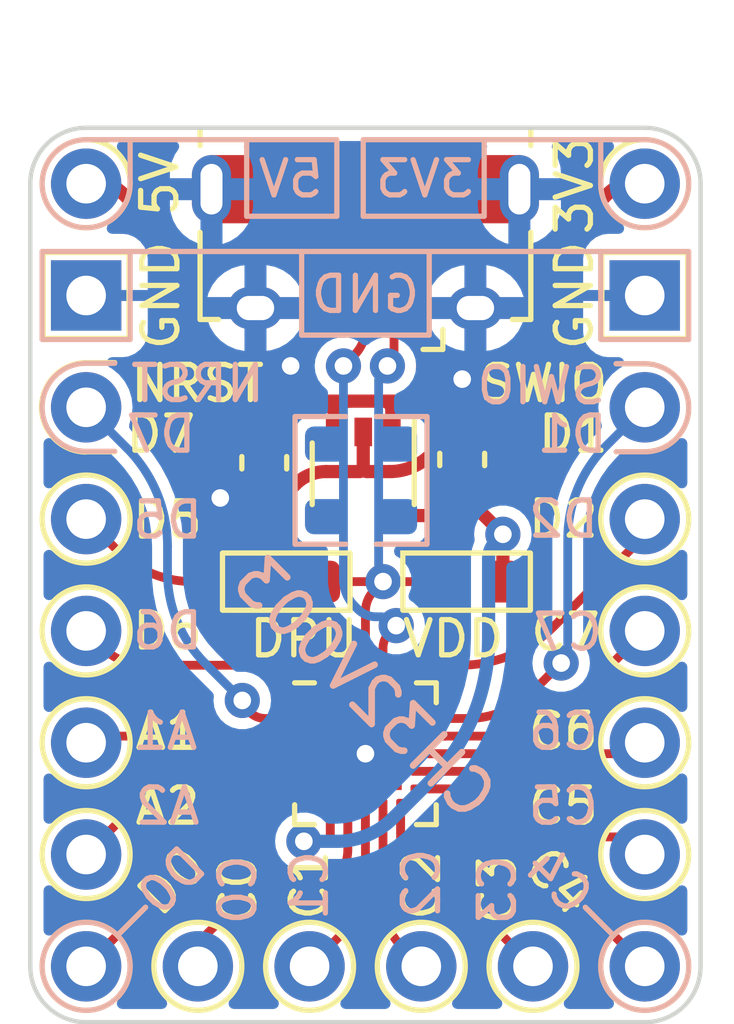
<source format=kicad_pcb>
(kicad_pcb (version 20221018) (generator pcbnew)
  (layers (0 "F.Cu" signal) (31 "B.Cu" signal) (34 "B.Paste" user) (35 "F.Paste" user) (36 "B.SilkS" user "B.Silkscreen") (37 "F.SilkS" user "F.Silkscreen") (38 "B.Mask" user) (39 "F.Mask" user) (44 "Edge.Cuts" user))
  (net 0 "")
  (net 1 "VDD")
  (net 2 "GND")
  (net 3 "Net-(J1-VBUS)")
  (net 4 "/USB_D-")
  (net 5 "/USB_D+")
  (net 7 "/DPU")
  (net 8 "Net-(U1-PC5)")
  (net 9 "Net-(U1-PD6)")
  (net 10 "Net-(U1-PA2)")
  (net 11 "Net-(U1-PD0)")
  (net 12 "Net-(U1-PC1)")
  (net 13 "Net-(U1-PC2)")
  (net 14 "Net-(U1-PC0)")
  (net 15 "Net-(U1-PC3)")
  (net 16 "Net-(U1-PC4)")
  (net 17 "Net-(U1-PC6)")
  (net 18 "Net-(U1-PD7)")
  (net 19 "Net-(U1-PC7)")
  (net 20 "Net-(U1-PA1)")
  (net 21 "Net-(U1-PD1{slash}SWIO)")
  (net 22 "Net-(U1-PD2)")
  (footprint "TestPoint:TestPoint_THTPad_D1.5mm_Drill0.7mm" (layer "F.Cu") (at 106.35 91.44 -90)
    (fp_text reference "TP10" hide)
    (fp_text value "C4" (at -1.94 1.95 -45) (layer "F.SilkS") (effects (font (size 0.8 0.8) (thickness 0.12))))
    (fp_text user "${VALUE}" (at -1.94 1.95 -45) (layer "B.SilkS") (effects (font (size 0.8 0.8) (thickness 0.12)) (justify mirror)))
    (fp_circle (center 0 0) (end 0 1) (stroke (width 0.12)) (fill none) (layer "F.SilkS"))
    (pad "1" thru_hole circle (at 0 0 270) (size 1.6 1.6) (drill 0.9) (layers "*.Cu" "*.Mask") (net 16 "Net-(U1-PC4)"))
  )
  (footprint "TestPoint:TestPoint_THTPad_D1.5mm_Drill0.7mm" (layer "F.Cu") (at 101.27 91.44 -90)
    (fp_text reference "TP7" hide)
    (fp_text value "C2" (at -1.84 -0.005 90) (layer "F.SilkS") (effects (font (size 0.8 0.8) (thickness 0.12))))
    (fp_text user "${VALUE}" (at -1.89 -0.005 -270) (layer "B.SilkS") (effects (font (size 0.8 0.8) (thickness 0.12)) (justify mirror)))
    (fp_circle (center 0 0) (end 0 1) (stroke (width 0.12)) (fill none) (layer "F.SilkS"))
    (pad "1" thru_hole circle (at 0 0 270) (size 1.6 1.6) (drill 0.9) (layers "*.Cu" "*.Mask") (net 13 "Net-(U1-PC2)"))
  )
  (footprint "Package_DFN_QFN:QFN-20-1EP_3x3mm_P0.4mm_EP1.65x1.65mm" (layer "F.Cu") (at 100 86.61)
    (fp_text reference "U1" hide)
    (fp_text value "CH32V003F4U6")
    (fp_line (start -1.61 1.61) (end -1.61 1.16) (stroke (width 0.12)) (layer "F.SilkS"))
    (fp_line (start -1.16 -1.61) (end -1.61 -1.61) (stroke (width 0.12)) (layer "F.SilkS"))
    (fp_line (start -1.16 1.61) (end -1.61 1.61) (stroke (width 0.12)) (layer "F.SilkS"))
    (fp_line (start 1.16 -1.61) (end 1.61 -1.61) (stroke (width 0.12)) (layer "F.SilkS"))
    (fp_line (start 1.16 1.61) (end 1.61 1.61) (stroke (width 0.12)) (layer "F.SilkS"))
    (fp_line (start 1.61 -1.61) (end 1.61 -1.16) (stroke (width 0.12)) (layer "F.SilkS"))
    (fp_line (start 1.61 1.61) (end 1.61 1.16) (stroke (width 0.12)) (layer "F.SilkS"))
    (pad "1" smd roundrect (at -1.45 -0.8) (size 0.85 0.2) (layers "F.Cu" "F.Paste" "F.Mask") (net 18 "Net-(U1-PD7)"))
    (pad "2" smd roundrect (at -1.45 -0.4) (size 0.85 0.2) (layers "F.Cu" "F.Paste" "F.Mask") (net 20 "Net-(U1-PA1)"))
    (pad "3" smd roundrect (at -1.45 0) (size 0.85 0.2) (layers "F.Cu" "F.Paste" "F.Mask") (net 10 "Net-(U1-PA2)"))
    (pad "4" smd roundrect (at -1.45 0.4) (size 0.85 0.2) (layers "F.Cu" "F.Paste" "F.Mask") (net 2 "GND"))
    (pad "5" smd roundrect (at -1.45 0.8) (size 0.85 0.2) (layers "F.Cu" "F.Paste" "F.Mask") (net 11 "Net-(U1-PD0)"))
    (pad "6" smd roundrect (at -0.8 1.45) (size 0.2 0.85) (layers "F.Cu" "F.Paste" "F.Mask") (net 1 "VDD"))
    (pad "7" smd roundrect (at -0.4 1.45) (size 0.2 0.85) (layers "F.Cu" "F.Paste" "F.Mask") (net 14 "Net-(U1-PC0)"))
    (pad "8" smd roundrect (at 0 1.45) (size 0.2 0.85) (layers "F.Cu" "F.Paste" "F.Mask") (net 12 "Net-(U1-PC1)"))
    (pad "9" smd roundrect (at 0.4 1.45) (size 0.2 0.85) (layers "F.Cu" "F.Paste" "F.Mask") (net 13 "Net-(U1-PC2)"))
    (pad "10" smd roundrect (at 0.8 1.45) (size 0.2 0.85) (layers "F.Cu" "F.Paste" "F.Mask") (net 15 "Net-(U1-PC3)"))
    (pad "11" smd roundrect (at 1.45 0.8) (size 0.85 0.2) (layers "F.Cu" "F.Paste" "F.Mask") (net 16 "Net-(U1-PC4)"))
    (pad "12" smd roundrect (at 1.45 0.4) (size 0.85 0.2) (layers "F.Cu" "F.Paste" "F.Mask") (net 8 "Net-(U1-PC5)"))
    (pad "13" smd roundrect (at 1.45 0) (size 0.85 0.2) (layers "F.Cu" "F.Paste" "F.Mask") (net 17 "Net-(U1-PC6)"))
    (pad "14" smd roundrect (at 1.45 -0.4) (size 0.85 0.2) (layers "F.Cu" "F.Paste" "F.Mask") (net 19 "Net-(U1-PC7)"))
    (pad "15" smd roundrect (at 1.45 -0.8) (size 0.85 0.2) (layers "F.Cu" "F.Paste" "F.Mask") (net 21 "Net-(U1-PD1{slash}SWIO)"))
    (pad "16" smd roundrect (at 0.8 -1.45) (size 0.2 0.85) (layers "F.Cu" "F.Paste" "F.Mask") (net 22 "Net-(U1-PD2)"))
    (pad "17" smd roundrect (at 0.4 -1.45) (size 0.2 0.85) (layers "F.Cu" "F.Paste" "F.Mask") (net 5 "/USB_D+"))
    (pad "18" smd roundrect (at 0 -1.45) (size 0.2 0.85) (layers "F.Cu" "F.Paste" "F.Mask") (net 4 "/USB_D-"))
    (pad "19" smd roundrect (at -0.4 -1.45) (size 0.2 0.85) (layers "F.Cu" "F.Paste" "F.Mask") (net 7 "/DPU"))
    (pad "20" smd roundrect (at -0.8 -1.45) (size 0.2 0.85) (layers "F.Cu" "F.Paste" "F.Mask") (net 9 "Net-(U1-PD6)"))
    (pad "21" smd rect (at 0 0) (size 1.65 1.65) (layers "F.Cu" "F.Mask") (net 2 "GND"))
  )
  (footprint "TestPoint:TestPoint_THTPad_D1.5mm_Drill0.7mm" (layer "F.Cu") (at 93.65 88.9 180)
    (fp_text reference "TP3" hide)
    (fp_text value "A2" (at -1.85 1.1) (layer "F.SilkS") (effects (font (size 0.8 0.8) (thickness 0.12))))
    (fp_text user "${VALUE}" (at -1.85 1.1) (layer "B.SilkS") (effects (font (size 0.8 0.8) (thickness 0.12)) (justify mirror)))
    (fp_circle (center 0 0) (end 0 1) (stroke (width 0.12)) (fill none) (layer "F.SilkS"))
    (pad "1" thru_hole circle (at 0 0 180) (size 1.6 1.6) (drill 0.9) (layers "*.Cu" "*.Mask") (net 10 "Net-(U1-PA2)"))
  )
  (footprint "Package_TO_SOT_SMD:SOT-353_SC-70-5" (layer "F.Cu") (at 99.95 80.25 -90)
    (fp_text reference "U2" hide)
    (fp_text value "MIC5365-3.3YC5")
    (fp_line (start -0.7 1.16) (end 0.7 1.16) (stroke (width 0.12)) (layer "F.SilkS"))
    (fp_line (start 0.7 -1.16) (end -1.2 -1.16) (stroke (width 0.12)) (layer "F.SilkS"))
    (pad "1" smd rect (at -0.95 -0.65 270) (size 0.65 0.4) (layers "F.Cu" "F.Paste" "F.Mask") (net 3 "Net-(J1-VBUS)"))
    (pad "2" smd rect (at -0.95 0 270) (size 0.65 0.4) (layers "F.Cu" "F.Paste" "F.Mask") (net 2 "GND"))
    (pad "3" smd rect (at -0.95 0.65 270) (size 0.65 0.4) (layers "F.Cu" "F.Paste" "F.Mask") (net 3 "Net-(J1-VBUS)"))
    (pad "4" smd rect (at 0.95 0.65 270) (size 0.65 0.4) (layers "F.Cu" "F.Paste" "F.Mask"))
    (pad "5" smd rect (at 0.95 -0.65 270) (size 0.65 0.4) (layers "F.Cu" "F.Paste" "F.Mask") (net 1 "VDD"))
  )
  (footprint "TestPoint:TestPoint_THTPad_D1.5mm_Drill0.7mm" (layer "F.Cu") (at 93.65 73.66 -90)
    (fp_text reference "TP18" hide)
    (fp_text value "5V" (at 0 -1.675 90) (layer "F.SilkS") (effects (font (size 0.8 0.8) (thickness 0.12))))
    (fp_text user "${VALUE}" (at -0.11 -4.65 -180) (layer "B.SilkS") (effects (font (size 0.8 0.8) (thickness 0.12)) (justify mirror)))
    (fp_circle (center 0 0) (end 0 1) (stroke (width 0.12)) (fill none) (layer "F.SilkS"))
    (pad "1" thru_hole circle (at 0 0 270) (size 1.6 1.6) (drill 0.9) (layers "*.Cu" "*.Mask") (net 3 "Net-(J1-VBUS)"))
  )
  (footprint "TestPoint:TestPoint_THTPad_D1.5mm_Drill0.7mm" (layer "F.Cu") (at 93.65 81.28)
    (fp_text reference "TP19")
    (fp_text value "D5" (at 1.85 0.02) (layer "F.SilkS") (effects (font (size 0.8 0.8) (thickness 0.12))))
    (fp_text user "${VALUE}" (at 1.85 0.02) (layer "B.SilkS") (effects (font (size 0.8 0.8) (thickness 0.12)) (justify mirror)))
    (fp_circle (center 0 0) (end 0 1) (stroke (width 0.12)) (fill none) (layer "F.SilkS"))
    (pad "1" thru_hole circle (at 0 0) (size 1.6 1.6) (drill 0.9) (layers "*.Cu" "*.Mask") (net 7 "/DPU"))
  )
  (footprint "Connector_USB:USB_Micro-B_Amphenol_10118194_Horizontal" (layer "F.Cu") (at 100 75.085 180)
    (fp_text reference "J1" hide)
    (fp_text value "USB_B_Micro")
    (fp_line (start -3.76 -1.66) (end -3.34 -1.66) (stroke (width 0.12)) (layer "F.SilkS"))
    (fp_line (start -3.76 0.32) (end -3.76 -1.66) (stroke (width 0.12)) (layer "F.SilkS"))
    (fp_line (start -3.76 2.69) (end -3.76 2.29) (stroke (width 0.12)) (layer "F.SilkS"))
    (fp_line (start -1.76 -1.89) (end -1.76 -2.34) (stroke (width 0.12)) (layer "F.SilkS"))
    (fp_line (start -1.31 -2.34) (end -1.76 -2.34) (stroke (width 0.12)) (layer "F.SilkS"))
    (fp_line (start 3.76 -1.66) (end 3.34 -1.66) (stroke (width 0.12)) (layer "F.SilkS"))
    (fp_line (start 3.76 0.32) (end 3.76 -1.66) (stroke (width 0.12)) (layer "F.SilkS"))
    (fp_line (start 3.76 2.29) (end 3.76 2.69) (stroke (width 0.12)) (layer "F.SilkS"))
    (pad "1" smd rect (at -1.3 -1.4 180) (size 0.4 1.35) (layers "F.Cu" "F.Paste" "F.Mask") (net 3 "Net-(J1-VBUS)"))
    (pad "2" smd rect (at -0.65 -1.4 180) (size 0.4 1.35) (layers "F.Cu" "F.Paste" "F.Mask") (net 4 "/USB_D-"))
    (pad "3" smd rect (at 0 -1.4 180) (size 0.4 1.35) (layers "F.Cu" "F.Paste" "F.Mask") (net 5 "/USB_D+"))
    (pad "4" smd rect (at 0.65 -1.4 180) (size 0.4 1.35) (layers "F.Cu" "F.Paste" "F.Mask"))
    (pad "5" smd rect (at 1.3 -1.4 180) (size 0.4 1.35) (layers "F.Cu" "F.Paste" "F.Mask") (net 2 "GND"))
    (pad "6" thru_hole oval (at -3.5 1.3 180) (size 0.89 1.55) (drill oval 0.5 1.15) (layers "*.Cu" "*.Mask") (net 2 "GND"))
    (pad "6" smd rect (at -2.9 1.3 180) (size 1.2 1.55) (layers "F.Cu" "F.Paste" "F.Mask") (net 2 "GND"))
    (pad "6" thru_hole oval (at -2.5 -1.4 180) (size 1.25 0.95) (drill oval 0.85 0.55) (layers "*.Cu" "*.Mask") (net 2 "GND"))
    (pad "6" smd rect (at -1 1.3 180) (size 1.5 1.55) (layers "F.Cu" "F.Paste" "F.Mask") (net 2 "GND"))
    (pad "6" smd rect (at 1 1.3 180) (size 1.5 1.55) (layers "F.Cu" "F.Paste" "F.Mask") (net 2 "GND"))
    (pad "6" thru_hole oval (at 2.5 -1.4 180) (size 1.25 0.95) (drill oval 0.85 0.55) (layers "*.Cu" "*.Mask") (net 2 "GND"))
    (pad "6" smd rect (at 2.9 1.3 180) (size 1.2 1.55) (layers "F.Cu" "F.Paste" "F.Mask") (net 2 "GND"))
    (pad "6" thru_hole oval (at 3.5 1.3 180) (size 0.89 1.55) (drill oval 0.5 1.15) (layers "*.Cu" "*.Mask") (net 2 "GND"))
  )
  (footprint "Resistor_SMD:R_0603_1608Metric" (layer "F.Cu") (at 98.2 82.7 180)
    (fp_text reference "R1" hide)
    (fp_text value "1K5")
    (fp_rect (start -1.45 -0.65) (end 1.45 0.65) (stroke (width 0.12)) (fill none) (layer "F.SilkS"))
    (pad "1" smd roundrect (at -0.825 0 180) (size 0.8 0.95) (layers "F.Cu" "F.Paste" "F.Mask") (net 4 "/USB_D-"))
    (pad "2" smd roundrect (at 0.825 0 180) (size 0.8 0.95) (layers "F.Cu" "F.Paste" "F.Mask") (net 7 "/DPU"))
  )
  (footprint "TestPoint:TestPoint_THTPad_D1.5mm_Drill0.7mm" (layer "F.Cu") (at 98.73 91.44 -90)
    (fp_text reference "TP5" hide)
    (fp_text value "C1" (at -1.84 0.005 90) (layer "F.SilkS") (effects (font (size 0.8 0.8) (thickness 0.12))))
    (fp_text user "${VALUE}" (at -1.84 0.005 -270) (layer "B.SilkS") (effects (font (size 0.8 0.8) (thickness 0.12)) (justify mirror)))
    (fp_circle (center 0 0) (end 0 1) (stroke (width 0.12)) (fill none) (layer "F.SilkS"))
    (pad "1" thru_hole circle (at 0 0 270) (size 1.6 1.6) (drill 0.9) (layers "*.Cu" "*.Mask") (net 12 "Net-(U1-PC1)"))
  )
  (footprint "TestPoint:TestPoint_THTPad_1.5x1.5mm_Drill0.7mm" (layer "F.Cu") (at 93.65 76.2 180)
    (fp_text reference "TP20")
    (fp_text value "GND" (at -1.7 0 270) (layer "F.SilkS") (effects (font (size 0.8 0.8) (thickness 0.12))))
    (fp_text user "${VALUE}" (at -6.35 0.025 180) (layer "B.SilkS") (effects (font (size 0.8 0.8) (thickness 0.12)) (justify mirror)))
    (fp_line (start -0.975 -0.975) (end 0.975 -0.975) (stroke (width 0.12)) (layer "F.SilkS"))
    (fp_line (start -0.975 0.975) (end -0.975 -0.975) (stroke (width 0.12)) (layer "F.SilkS"))
    (fp_line (start 0.975 -0.975) (end 0.975 0.975) (stroke (width 0.12)) (layer "F.SilkS"))
    (fp_line (start 0.975 0.975) (end -0.975 0.975) (stroke (width 0.12)) (layer "F.SilkS"))
    (pad "1" thru_hole rect (at 0 0 180) (size 1.6 1.6) (drill 0.9) (layers "*.Cu" "*.Mask") (net 2 "GND") (thermal_bridge_width 0.2) (thermal_gap 0.6))
  )
  (footprint "TestPoint:TestPoint_THTPad_D1.5mm_Drill0.7mm" (layer "F.Cu") (at 93.65 91.44 180)
    (fp_text reference "TP4" hide)
    (fp_text value "D0" (at -1.95 1.94 225) (layer "F.SilkS") (effects (font (size 0.8 0.8) (thickness 0.12))))
    (fp_text user "${VALUE}" (at -1.95 1.94 225) (layer "B.SilkS") (effects (font (size 0.8 0.8) (thickness 0.12)) (justify mirror)))
    (fp_circle (center 0 0) (end 0 1) (stroke (width 0.12)) (fill none) (layer "F.SilkS"))
    (pad "1" thru_hole circle (at 0 0 180) (size 1.6 1.6) (drill 0.9) (layers "*.Cu" "*.Mask") (net 11 "Net-(U1-PD0)"))
  )
  (footprint "TestPoint:TestPoint_THTPad_D1.5mm_Drill0.7mm" (layer "F.Cu") (at 106.35 73.66)
    (fp_text reference "TP6" hide)
    (fp_text value "3V3" (at -1.6 0.04 90) (layer "F.SilkS") (effects (font (size 0.8 0.8) (thickness 0.12))))
    (fp_text user "${VALUE}" (at -5 -0.11) (layer "B.SilkS") (effects (font (size 0.8 0.8) (thickness 0.12)) (justify mirror)))
    (fp_circle (center 0 0) (end 0 1) (stroke (width 0.12)) (fill none) (layer "F.SilkS"))
    (pad "1" thru_hole circle (at 0 0) (size 1.6 1.6) (drill 0.9) (layers "*.Cu" "*.Mask") (net 1 "VDD"))
  )
  (footprint "TestPoint:TestPoint_THTPad_D1.5mm_Drill0.7mm" (layer "F.Cu") (at 106.35 88.9)
    (fp_text reference "TP1" hide)
    (fp_text value "C5" (at -1.85 -1.1) (layer "F.SilkS") (effects (font (size 0.8 0.8) (thickness 0.12))))
    (fp_text user "${VALUE}" (at -1.85 -1.1) (layer "B.SilkS") (effects (font (size 0.8 0.8) (thickness 0.12)) (justify mirror)))
    (fp_circle (center 0 0) (end 0 1) (stroke (width 0.12)) (fill none) (layer "F.SilkS"))
    (pad "1" thru_hole circle (at 0 0) (size 1.6 1.6) (drill 0.9) (layers "*.Cu" "*.Mask") (net 8 "Net-(U1-PC5)"))
  )
  (footprint "TestPoint:TestPoint_THTPad_D1.5mm_Drill0.7mm" (layer "F.Cu") (at 106.35 78.74)
    (fp_text reference "TP15" hide)
    (fp_text value "D1" (at -1.625 0.61) (layer "F.SilkS") (effects (font (size 0.8 0.8) (thickness 0.12))))
    (fp_text user "${VALUE}" (at -1.65 0.61 180) (layer "B.SilkS") (effects (font (size 0.8 0.8) (thickness 0.12)) (justify mirror)))
    (pad "1" thru_hole circle (at 0 0) (size 1.6 1.6) (drill 0.9) (layers "*.Cu" "*.Mask") (net 21 "Net-(U1-PD1{slash}SWIO)"))
  )
  (footprint "Capacitor_SMD:C_0603_1608Metric" (layer "F.Cu") (at 97.7 80 -90)
    (fp_text reference "C2" hide)
    (fp_text value "1u")
    (fp_line (start -0.14058 -0.51) (end 0.14058 -0.51) (stroke (width 0.12)) (layer "F.SilkS"))
    (fp_line (start -0.14058 0.51) (end 0.14058 0.51) (stroke (width 0.12)) (layer "F.SilkS"))
    (pad "1" smd roundrect (at -0.775 0 270) (size 0.9 0.95) (layers "F.Cu" "F.Paste" "F.Mask") (net 3 "Net-(J1-VBUS)"))
    (pad "2" smd roundrect (at 0.775 0 270) (size 0.9 0.95) (layers "F.Cu" "F.Paste" "F.Mask") (net 2 "GND"))
  )
  (footprint "TestPoint:TestPoint_THTPad_D1.5mm_Drill0.7mm" (layer "F.Cu") (at 106.35 81.28)
    (fp_text reference "TP17" hide)
    (fp_text value "D2" (at -1.85 0) (layer "F.SilkS") (effects (font (size 0.8 0.8) (thickness 0.12))))
    (fp_text user "${VALUE}" (at -1.85 0) (layer "B.SilkS") (effects (font (size 0.8 0.8) (thickness 0.12)) (justify mirror)))
    (fp_circle (center 0 0) (end 0 1) (stroke (width 0.12)) (fill none) (layer "F.SilkS"))
    (pad "1" thru_hole circle (at 0 0) (size 1.6 1.6) (drill 0.9) (layers "*.Cu" "*.Mask") (net 22 "Net-(U1-PD2)"))
  )
  (footprint "TestPoint:TestPoint_THTPad_D1.5mm_Drill0.7mm" (layer "F.Cu") (at 106.35 83.82)
    (fp_text reference "TP13" hide)
    (fp_text value "C7" (at -1.8 0.03) (layer "F.SilkS") (effects (font (size 0.8 0.8) (thickness 0.12))))
    (fp_text user "${VALUE}" (at -1.75 0.03) (layer "B.SilkS") (effects (font (size 0.8 0.8) (thickness 0.12)) (justify mirror)))
    (fp_circle (center 0 0) (end 0 1) (stroke (width 0.12)) (fill none) (layer "F.SilkS"))
    (pad "1" thru_hole circle (at 0 0) (size 1.6 1.6) (drill 0.9) (layers "*.Cu" "*.Mask") (net 19 "Net-(U1-PC7)"))
  )
  (footprint "TestPoint:TestPoint_THTPad_D1.5mm_Drill0.7mm" (layer "F.Cu") (at 96.19 91.44 -90)
    (fp_text reference "TP8" hide)
    (fp_text value "C0" (at -1.74 -0.91 90) (layer "F.SilkS") (effects (font (size 0.8 0.8) (thickness 0.12))))
    (fp_text user "${VALUE}" (at -1.74 -0.91 -270) (layer "B.SilkS") (effects (font (size 0.8 0.8) (thickness 0.12)) (justify mirror)))
    (fp_circle (center 0 0) (end 0 1) (stroke (width 0.12)) (fill none) (layer "F.SilkS"))
    (pad "1" thru_hole circle (at 0 0 270) (size 1.6 1.6) (drill 0.9) (layers "*.Cu" "*.Mask") (net 14 "Net-(U1-PC0)"))
  )
  (footprint "TestPoint:TestPoint_THTPad_D1.5mm_Drill0.7mm" (layer "F.Cu") (at 93.65 83.82 180)
    (fp_text reference "TP2" hide)
    (fp_text value "D6" (at -1.85 0) (layer "F.SilkS") (effects (font (size 0.8 0.8) (thickness 0.12))))
    (fp_text user "${VALUE}" (at -1.85 0) (layer "B.SilkS") (effects (font (size 0.8 0.8) (thickness 0.12)) (justify mirror)))
    (fp_circle (center 0 0) (end 0 1) (stroke (width 0.12)) (fill none) (layer "F.SilkS"))
    (pad "1" thru_hole circle (at 0 0 180) (size 1.6 1.6) (drill 0.9) (layers "*.Cu" "*.Mask") (net 9 "Net-(U1-PD6)"))
  )
  (footprint "Resistor_SMD:R_0603_1608Metric" (layer "F.Cu") (at 102.3 82.7)
    (fp_text reference "R2" hide)
    (fp_text value "1K5")
    (fp_rect (start -1.45 -0.65) (end 1.45 0.65) (stroke (width 0.12)) (fill none) (layer "F.SilkS"))
    (pad "1" smd roundrect (at -0.825 0) (size 0.8 0.95) (layers "F.Cu" "F.Paste" "F.Mask") (net 4 "/USB_D-"))
    (pad "2" smd roundrect (at 0.825 0) (size 0.8 0.95) (layers "F.Cu" "F.Paste" "F.Mask") (net 1 "VDD"))
  )
  (footprint "Capacitor_SMD:C_0603_1608Metric" (layer "F.Cu") (at 102.2 79.925 90)
    (fp_text reference "C1" hide)
    (fp_text value "1u")
    (fp_line (start -0.14058 -0.51) (end 0.14058 -0.51) (stroke (width 0.12)) (layer "F.SilkS"))
    (fp_line (start -0.14058 0.51) (end 0.14058 0.51) (stroke (width 0.12)) (layer "F.SilkS"))
    (pad "1" smd roundrect (at -0.775 0 90) (size 0.9 0.95) (layers "F.Cu" "F.Paste" "F.Mask") (net 1 "VDD"))
    (pad "2" smd roundrect (at 0.775 0 90) (size 0.9 0.95) (layers "F.Cu" "F.Paste" "F.Mask") (net 2 "GND"))
  )
  (footprint "TestPoint:TestPoint_THTPad_D1.5mm_Drill0.7mm" (layer "F.Cu") (at 103.81 91.44 -90)
    (fp_text reference "TP9" hide)
    (fp_text value "C3" (at -1.74 0.81 90) (layer "F.SilkS") (effects (font (size 0.8 0.8) (thickness 0.12))))
    (fp_text user "${VALUE}" (at -1.74 0.81 -270) (layer "B.SilkS") (effects (font (size 0.8 0.8) (thickness 0.12)) (justify mirror)))
    (fp_circle (center 0 0) (end 0 1) (stroke (width 0.12)) (fill none) (layer "F.SilkS"))
    (pad "1" thru_hole circle (at 0 0 270) (size 1.6 1.6) (drill 0.9) (layers "*.Cu" "*.Mask") (net 15 "Net-(U1-PC3)"))
  )
  (footprint "TestPoint:TestPoint_THTPad_D1.5mm_Drill0.7mm" (layer "F.Cu") (at 93.65 78.74 180)
    (fp_text reference "TP12" hide)
    (fp_text value "D7" (at -1.7 -0.61) (layer "F.SilkS") (effects (font (size 0.8 0.8) (thickness 0.12))))
    (fp_text user "${VALUE}" (at -1.7 -0.61) (layer "B.SilkS") (effects (font (size 0.8 0.8) (thickness 0.12)) (justify mirror)))
    (pad "1" thru_hole circle (at 0 0 180) (size 1.6 1.6) (drill 0.9) (layers "*.Cu" "*.Mask") (net 18 "Net-(U1-PD7)"))
  )
  (footprint "TestPoint:TestPoint_THTPad_D1.5mm_Drill0.7mm" (layer "F.Cu") (at 93.65 86.36 180)
    (fp_text reference "TP14" hide)
    (fp_text value "A1" (at -1.85 0.26) (layer "F.SilkS") (effects (font (size 0.8 0.8) (thickness 0.12))))
    (fp_text user "${VALUE}" (at -1.8 0.26) (layer "B.SilkS") (effects (font (size 0.8 0.8) (thickness 0.12)) (justify mirror)))
    (fp_circle (center 0 0) (end 0 1) (stroke (width 0.12)) (fill none) (layer "F.SilkS"))
    (pad "1" thru_hole circle (at 0 0 180) (size 1.6 1.6) (drill 0.9) (layers "*.Cu" "*.Mask") (net 20 "Net-(U1-PA1)"))
  )
  (footprint "TestPoint:TestPoint_THTPad_1.5x1.5mm_Drill0.7mm" (layer "F.Cu") (at 106.35 76.2)
    (fp_text reference "TP16")
    (fp_text value "GND" (at -1.6 0 90) (layer "F.SilkS") (effects (font (size 0.8 0.8) (thickness 0.12))))
    (fp_line (start -0.975 -0.975) (end 0.975 -0.975) (stroke (width 0.12)) (layer "F.SilkS"))
    (fp_line (start -0.975 0.975) (end -0.975 -0.975) (stroke (width 0.12)) (layer "F.SilkS"))
    (fp_line (start 0.975 -0.975) (end 0.975 0.975) (stroke (width 0.12)) (layer "F.SilkS"))
    (fp_line (start 0.975 0.975) (end -0.975 0.975) (stroke (width 0.12)) (layer "F.SilkS"))
    (pad "1" thru_hole rect (at 0 0) (size 1.6 1.6) (drill 0.9) (layers "*.Cu" "*.Mask") (net 2 "GND") (thermal_bridge_width 0.2) (thermal_gap 0.6))
  )
  (footprint "TestPoint:TestPoint_THTPad_D1.5mm_Drill0.7mm" (layer "F.Cu") (at 106.35 86.36)
    (fp_text reference "TP11" hide)
    (fp_text value "C6" (at -1.85 -0.26) (layer "F.SilkS") (effects (font (size 0.8 0.8) (thickness 0.12))))
    (fp_text user "${VALUE}" (at -1.85 -0.26) (layer "B.SilkS") (effects (font (size 0.8 0.8) (thickness 0.12)) (justify mirror)))
    (fp_circle (center 0 0) (end 0 1) (stroke (width 0.12)) (fill none) (layer "F.SilkS"))
    (pad "1" thru_hole circle (at 0 0) (size 1.6 1.6) (drill 0.9) (layers "*.Cu" "*.Mask") (net 17 "Net-(U1-PC6)"))
  )
  (footprint "Resistor_SMD:R_0603_1608Metric" (layer "B.Cu") (at 99.1 80.4 -90)
    (fp_text reference "R4" hide)
    (fp_text value "33R")
    (fp_line (start -1.45 0.7) (end -1.45 -0.45) (stroke (width 0.12)) (layer "B.SilkS"))
    (fp_line (start -1.45 0.7) (end 1.45 0.7) (stroke (width 0.12)) (layer "B.SilkS"))
    (fp_line (start 1.45 0.7) (end 1.45 -0.45) (stroke (width 0.12)) (layer "B.SilkS"))
    (pad "1" smd roundrect (at -0.825 0 270) (size 0.8 0.95) (layers "B.Cu" "B.Paste" "B.Mask") (net 5 "/USB_D+"))
    (pad "2" smd roundrect (at 0.825 0 270) (size 0.8 0.95) (layers "B.Cu" "B.Paste" "B.Mask") (net 5 "/USB_D+"))
  )
  (footprint "Resistor_SMD:R_0603_1608Metric" (layer "B.Cu") (at 100.7 80.4 -90)
    (fp_text reference "R3" hide)
    (fp_text value "33R")
    (fp_line (start -1.45 -0.7) (end -1.45 0.45) (stroke (width 0.12)) (layer "B.SilkS"))
    (fp_line (start -1.45 -0.7) (end 1.45 -0.7) (stroke (width 0.12)) (layer "B.SilkS"))
    (fp_line (start 1.45 -0.7) (end 1.45 0.45) (stroke (width 0.12)) (layer "B.SilkS"))
    (pad "1" smd roundrect (at -0.825 0 270) (size 0.8 0.95) (layers "B.Cu" "B.Paste" "B.Mask") (net 4 "/USB_D-"))
    (pad "2" smd roundrect (at 0.825 0 270) (size 0.8 0.95) (layers "B.Cu" "B.Paste" "B.Mask") (net 4 "/USB_D-"))
  )
  (gr_line (start 94.3 79.74) (end 93.65 79.74) (stroke (width 0.12)) (layer "B.SilkS"))
  (gr_line (start 94.4 90.7) (end 95 90.1) (stroke (width 0.12)) (layer "B.SilkS"))
  (gr_line (start 97.3 74.4) (end 97.3 72.66) (stroke (width 0.12)) (layer "B.SilkS"))
  (gr_line (start 92.65 77.2) (end 92.65 75.2) (stroke (width 0.12)) (layer "B.SilkS"))
  (gr_line (start 99.35 72.66) (end 99.35 74.4) (stroke (width 0.12)) (layer "B.SilkS"))
  (gr_circle (center 93.65 91.44) (end 94.65 91.44) (stroke (width 0.12)) (fill none) (layer "B.SilkS"))
  (gr_line (start 98.55 77.1) (end 101.45 77.1) (stroke (width 0.12)) (layer "B.SilkS"))
  (gr_line (start 105 90.1) (end 105.6 90.7) (stroke (width 0.12)) (layer "B.SilkS"))
  (gr_line (start 94.65 77.2) (end 92.65 77.2) (stroke (width 0.12)) (layer "B.SilkS"))
  (gr_line (start 105.35 77.2) (end 105.35 75.2) (stroke (width 0.12)) (layer "B.SilkS"))
  (gr_line (start 99.95 72.66) (end 99.95 74.4) (stroke (width 0.12)) (layer "B.SilkS"))
  (gr_line (start 94.65 77.2) (end 94.65 75.2) (stroke (width 0.12)) (layer "B.SilkS"))
  (gr_line (start 94.3 77.74) (end 93.65 77.74) (stroke (width 0.12)) (layer "B.SilkS"))
  (gr_line (start 107.35 77.2) (end 107.35 75.2) (stroke (width 0.12)) (layer "B.SilkS"))
  (gr_line (start 94.65 73.66) (end 94.65 72.71) (stroke (width 0.12)) (layer "B.SilkS"))
  (gr_circle (center 106.35 91.44) (end 107.35 91.44) (stroke (width 0.12)) (fill none) (layer "B.SilkS"))
  (gr_line (start 105.35 73.66) (end 105.35 72.71) (stroke (width 0.12)) (layer "B.SilkS"))
  (gr_arc (start 93.65 74.66) (mid 92.65 73.66) (end 93.65 72.66) (stroke (width 0.12)) (layer "B.SilkS"))
  (gr_line (start 101.45 77.1) (end 101.45 75.2) (stroke (width 0.12)) (layer "B.SilkS"))
  (gr_line (start 92.65 75.2) (end 107.35 75.2) (stroke (width 0.12)) (layer "B.SilkS"))
  (gr_arc (start 106.35 72.66) (mid 107.057107 74.367107) (end 105.35 73.66) (stroke (width 0.12)) (layer "B.SilkS"))
  (gr_line (start 99.35 74.4) (end 97.3 74.4) (stroke (width 0.12)) (layer "B.SilkS"))
  (gr_line (start 93.65 72.66) (end 99.35 72.66) (stroke (width 0.12)) (layer "B.SilkS"))
  (gr_line (start 99.95 74.4) (end 102.7 74.4) (stroke (width 0.12)) (layer "B.SilkS"))
  (gr_line (start 105.7 77.75) (end 106.35 77.75) (stroke (width 0.12)) (layer "B.SilkS"))
  (gr_line (start 98.55 75.2) (end 98.55 77.1) (stroke (width 0.12)) (layer "B.SilkS"))
  (gr_arc (start 94.65 73.66) (mid 94.357107 74.367107) (end 93.65 74.66) (stroke (width 0.12)) (layer "B.SilkS"))
  (gr_line (start 105.7 79.75) (end 106.35 79.75) (stroke (width 0.12)) (layer "B.SilkS"))
  (gr_arc (start 106.35 77.75) (mid 107.35 78.75) (end 106.35 79.75) (stroke (width 0.12)) (layer "B.SilkS"))
  (gr_arc (start 93.65 79.74) (mid 92.65 78.74) (end 93.65 77.74) (stroke (width 0.12)) (layer "B.SilkS"))
  (gr_line (start 102.7 74.4) (end 102.7 72.66) (stroke (width 0.12)) (layer "B.SilkS"))
  (gr_line (start 107.35 77.2) (end 105.35 77.2) (stroke (width 0.12)) (layer "B.SilkS"))
  (gr_line (start 106.35 72.66) (end 99.95 72.66) (stroke (width 0.12)) (layer "B.SilkS"))
  (gr_line (start 94.4 90.7) (end 95 90.1) (stroke (width 0.12)) (layer "F.SilkS"))
  (gr_line (start 106.35 79.75) (end 105.7 79.75) (stroke (width 0.12)) (layer "F.SilkS"))
  (gr_arc (start 93.65 79.755) (mid 92.635 78.74) (end 93.65 77.725) (stroke (width 0.12)) (layer "F.SilkS"))
  (gr_line (start 93.65 79.75) (end 94.3 79.75) (stroke (width 0.12)) (layer "F.SilkS"))
  (gr_line (start 106.35 77.75) (end 105.7 77.75) (stroke (width 0.12)) (layer "F.SilkS"))
  (gr_arc (start 106.35 77.75) (mid 107.35 78.75) (end 106.35 79.75) (stroke (width 0.12)) (layer "F.SilkS"))
  (gr_line (start 93.65 77.725) (end 94.3 77.725) (stroke (width 0.12)) (layer "F.SilkS"))
  (gr_line (start 105.6 90.7) (end 105 90.1) (stroke (width 0.12)) (layer "F.SilkS"))
  (gr_arc (start 92.38 73.66) (mid 92.751974 72.761974) (end 93.65 72.39) (stroke (width 0.1)) (layer "Edge.Cuts"))
  (gr_line (start 107.62 73.66) (end 107.62 91.439974) (stroke (width 0.1)) (layer "Edge.Cuts"))
  (gr_arc (start 93.65 92.709974) (mid 92.751974 92.338) (end 92.38 91.439974) (stroke (width 0.1)) (layer "Edge.Cuts"))
  (gr_arc (start 106.35 72.39) (mid 107.248026 72.761974) (end 107.62 73.66) (stroke (width 0.1)) (layer "Edge.Cuts"))
  (gr_line (start 93.65 72.39) (end 106.35 72.39) (stroke (width 0.1)) (layer "Edge.Cuts"))
  (gr_arc (start 107.62 91.439974) (mid 107.248026 92.338) (end 106.35 92.709974) (stroke (width 0.1)) (layer "Edge.Cuts"))
  (gr_line (start 106.35 92.709974) (end 93.65 92.709974) (stroke (width 0.1)) (layer "Edge.Cuts"))
  (gr_line (start 92.38 91.439974) (end 92.38 73.66) (stroke (width 0.1)) (layer "Edge.Cuts"))
  (gr_text "NRST" (at 94.6 78.2) (layer "B.SilkS") (effects (font (size 0.8 0.8) (thickness 0.12)) (justify right mirror)))
  (gr_text "SWIO" (at 104 78.25) (layer "B.SilkS") (effects (font (size 0.8 0.8) (thickness 0.12)) (justify mirror)))
  (gr_text "CH32V003" (at 99.975 85.125 -45) (layer "B.SilkS") (effects (font (size 1 1)) (justify mirror)))
  (gr_text "NRST" (at 94.6 78.2) (layer "F.SilkS") (effects (font (size 0.8 0.8) (thickness 0.12)) (justify left)))
  (gr_text "VDD" (at 102 84) (layer "F.SilkS") (effects (font (size 0.8 0.8) (thickness 0.12))))
  (gr_text "SWIO" (at 104.05 78.2) (layer "F.SilkS") (effects (font (size 0.8 0.8) (thickness 0.12))))
  (gr_text "DPU" (at 98.6 84) (layer "F.SilkS") (effects (font (size 0.8 0.8) (thickness 0.12))))
  (segment (start 106.045 73.66) (end 106.35 73.66) (width 0.3) (layer "F.Cu") (net 1))
  (segment (start 99.029289 88.6) (end 98.6 88.6) (width 0.2) (layer "F.Cu") (net 1))
  (segment (start 99.2 88.429289) (end 99.2 88.06) (width 0.2) (layer "F.Cu") (net 1))
  (segment (start 101.95 80.95) (end 102.45 80.45) (width 0.3) (layer "F.Cu") (net 1))
  (segment (start 101.346446 81.2) (end 100.6 81.2) (width 0.3) (layer "F.Cu") (net 1))
  (segment (start 102.45 80.95) (end 103.125 81.625) (width 0.3) (layer "F.Cu") (net 1))
  (segment (start 105.524332 73.875667) (end 105.12 74.28) (width 0.3) (layer "F.Cu") (net 1))
  (segment (start 103.125 81.625) (end 103.125 82.7) (width 0.3) (layer "F.Cu") (net 1))
  (segment (start 102.45 80.45) (end 103.35 79.55) (width 0.3) (layer "F.Cu") (net 1))
  (segment (start 104.5 76.773654) (end 104.5 75.776812) (width 0.3) (layer "F.Cu") (net 1))
  (via (at 98.6 88.6) (size 0.8) (drill 0.4) (layers "F.Cu" "B.Cu") (net 1))
  (via (at 103.125 81.625) (size 0.8) (drill 0.4) (layers "F.Cu" "B.Cu") (net 1))
  (arc (start 101.95 80.95) (mid 101.673087 81.135027) (end 101.346446 81.2) (width 0.3) (layer "F.Cu") (net 1))
  (arc (start 106.045 73.66) (mid 105.763216 73.71605) (end 105.524332 73.875667) (width 0.3) (layer "F.Cu") (net 1))
  (arc (start 105.12 74.28) (mid 104.661132 74.966743) (end 104.5 75.776812) (width 0.3) (layer "F.Cu") (net 1))
  (arc (start 102.45 80.95) (mid 102.2 80.846446) (end 101.95 80.95) (width 0.3) (layer "F.Cu") (net 1))
  (arc (start 99.2 88.429289) (mid 99.187005 88.494617) (end 99.15 88.55) (width 0.2) (layer "F.Cu") (net 1))
  (arc (start 104.5 76.773654) (mid 104.201124 78.276201) (end 103.35 79.55) (width 0.3) (layer "F.Cu") (net 1))
  (arc (start 99.15 88.55) (mid 99.094617 88.587005) (end 99.029289 88.6) (width 0.2) (layer "F.Cu") (net 1))
  (arc (start 102.45 80.45) (mid 102.346446 80.7) (end 102.45 80.95) (width 0.3) (layer "F.Cu") (net 1))
  (segment (start 102.8 83.990811) (end 102.8 82.179809) (width 0.3) (layer "B.Cu") (net 1))
  (segment (start 101.449999 87.249999) (end 100.63033 88.069669) (width 0.3) (layer "B.Cu") (net 1))
  (segment (start 102.9625 81.7875) (end 103.125 81.625) (width 0.3) (layer "B.Cu") (net 1))
  (segment (start 99.35 88.6) (end 98.6 88.6) (width 0.3) (layer "B.Cu") (net 1))
  (arc (start 102.8 83.990811) (mid 102.449146 85.754671) (end 101.449999 87.249999) (width 0.3) (layer "B.Cu") (net 1))
  (arc (start 102.9625 81.7875) (mid 102.842232 81.967493) (end 102.8 82.179809) (width 0.3) (layer "B.Cu") (net 1))
  (arc (start 100.63033 88.069669) (mid 100.042909 88.462171) (end 99.35 88.6) (width 0.3) (layer "B.Cu") (net 1))
  (segment (start 96.7 80.8) (end 96.7125 80.7875) (width 0.3) (layer "F.Cu") (net 2))
  (segment (start 98.7 77.117157) (end 98.7 76.485) (width 0.3) (layer "F.Cu") (net 2))
  (segment (start 99.8 86.81) (end 100 86.61) (width 0.2) (layer "F.Cu") (net 2))
  (segment (start 101.488908 79.811091) (end 102.132322 79.167677) (width 0.3) (layer "F.Cu") (net 2))
  (segment (start 97.4875 80.775) (end 96.742677 80.775) (width 0.3) (layer "F.Cu") (net 2))
  (segment (start 102.5 74.467842) (end 102.5 76.485) (width 0.2) (layer "F.Cu") (net 2))
  (segment (start 99.106586 80.2) (end 99.864644 80.2) (width 0.3) (layer "F.Cu") (net 2))
  (segment (start 98.27526 80.624739) (end 98.4125 80.4875) (width 0.3) (layer "F.Cu") (net 2))
  (segment (start 99.95 80.114644) (end 99.95 79.3) (width 0.3) (layer "F.Cu") (net 2))
  (segment (start 102.2 79.125) (end 102.2 78.1) (width 0.3) (layer "F.Cu") (net 2))
  (segment (start 99.317157 87.01) (end 98.55 87.01) (width 0.2) (layer "F.Cu") (net 2))
  (segment (start 100.035355 80.2) (end 100.55 80.2) (width 0.3) (layer "F.Cu") (net 2))
  (segment (start 97.9125 80.775) (end 97.4875 80.775) (width 0.3) (layer "F.Cu") (net 2))
  (segment (start 98.3 77.8) (end 98.5 77.6) (width 0.3) (layer "F.Cu") (net 2))
  (segment (start 97.382842 73.785) (end 99 73.785) (width 0.2) (layer "F.Cu") (net 2))
  (segment (start 101 73.785) (end 99 73.785) (width 0.2) (layer "F.Cu") (net 2))
  (segment (start 102.617157 73.785) (end 101 73.785) (width 0.2) (layer "F.Cu") (net 2))
  (segment (start 97.5 74.467842) (end 97.5 76.485) (width 0.2) (layer "F.Cu") (net 2))
  (via (at 100 86.61) (size 0.8) (drill 0.4) (layers "F.Cu" "B.Cu") (net 2))
  (via (at 102.2 78.1) (size 0.8) (drill 0.4) (layers "F.Cu" "B.Cu") (net 2))
  (via (at 96.7 80.8) (size 0.8) (drill 0.4) (layers "F.Cu" "B.Cu") (net 2))
  (via (at 98.3 77.8) (size 0.8) (drill 0.4) (layers "F.Cu" "B.Cu") (net 2))
  (arc (start 99.8 86.81) (mid 99.578469 86.958021) (end 99.317157 87.01) (width 0.2) (layer "F.Cu") (net 2))
  (arc (start 98.27526 80.624739) (mid 98.108824 80.735948) (end 97.9125 80.775) (width 0.3) (layer "F.Cu") (net 2))
  (arc (start 102.175 79.15) (mid 102.151902 79.154594) (end 102.132322 79.167677) (width 0.3) (layer "F.Cu") (net 2))
  (arc (start 99.925 80.175) (mid 99.897308 80.193502) (end 99.864644 80.2) (width 0.3) (layer "F.Cu") (net 2))
  (arc (start 99.925 80.175) (mid 99.943502 80.147308) (end 99.95 80.114644) (width 0.3) (layer "F.Cu") (net 2))
  (arc (start 98.7 77.117157) (mid 98.648021 77.378469) (end 98.5 77.6) (width 0.3) (layer "F.Cu") (net 2))
  (arc (start 101.488908 79.811091) (mid 101.058133 80.098925) (end 100.55 80.2) (width 0.3) (layer "F.Cu") (net 2))
  (arc (start 99.975 80.175) (mid 99.95 80.164644) (end 99.925 80.175) (width 0.3) (layer "F.Cu") (net 2))
  (arc (start 102.7 73.985) (mid 102.725396 73.857323) (end 102.617157 73.785) (width 0.2) (layer "F.Cu") (net 2))
  (arc (start 97.3 73.985) (mid 97.448021 74.206529) (end 97.5 74.467842) (width 0.2) (layer "F.Cu") (net 2))
  (arc (start 99.95 80.114644) (mid 99.956497 80.147308) (end 99.975 80.175) (width 0.3) (layer "F.Cu") (net 2))
  (arc (start 99.106586 80.2) (mid 98.730949 80.274718) (end 98.4125 80.4875) (width 0.3) (layer "F.Cu") (net 2))
  (arc (start 102.2 79.125) (mid 102.192677 79.142677) (end 102.175 79.15) (width 0.3) (layer "F.Cu") (net 2))
  (arc (start 96.742677 80.775) (mid 96.726345 80.778248) (end 96.7125 80.7875) (width 0.3) (layer "F.Cu") (net 2))
  (arc (start 102.7 73.985) (mid 102.551978 74.206529) (end 102.5 74.467842) (width 0.2) (layer "F.Cu") (net 2))
  (arc (start 99.975 80.175) (mid 100.002691 80.193502) (end 100.035355 80.2) (width 0.3) (layer "F.Cu") (net 2))
  (arc (start 97.382842 73.785) (mid 97.274603 73.857323) (end 97.3 73.985) (width 0.2) (layer "F.Cu") (net 2))
  (segment (start 93.955 73.66) (end 93.65 73.66) (width 0.3) (layer "F.Cu") (net 3))
  (segment (start 99.3 78.95) (end 99.3 79.3) (width 0.3) (layer "F.Cu") (net 3))
  (segment (start 94.83 74.23) (end 94.475667 73.875667) (width 0.3) (layer "F.Cu") (net 3))
  (segment (start 101.149999 78.449999) (end 101.141421 78.458578) (width 0.3) (layer "F.Cu") (net 3))
  (segment (start 100.4 78.6) (end 100.8 78.6) (width 0.3) (layer "F.Cu") (net 3))
  (segment (start 98.766941 78.6) (end 98.95 78.6) (width 0.3) (layer "F.Cu") (net 3))
  (segment (start 98.95 78.6) (end 99.65 78.6) (width 0.3) (layer "F.Cu") (net 3))
  (segment (start 95.4 75.606101) (end 95.4 75.8625) (width 0.3) (layer "F.Cu") (net 3))
  (segment (start 100.4 78.6) (end 99.65 78.6) (width 0.3) (layer "F.Cu") (net 3))
  (segment (start 98.0125 78.9125) (end 97.7 79.225) (width 0.3) (layer "F.Cu") (net 3))
  (segment (start 100.6 78.8) (end 100.6 79.3) (width 0.3) (layer "F.Cu") (net 3))
  (segment (start 96.1513 77.6763) (end 97.7 79.225) (width 0.3) (layer "F.Cu") (net 3))
  (segment (start 101.3 78.087867) (end 101.3 76.485) (width 0.3) (layer "F.Cu") (net 3))
  (arc (start 99.3 78.95) (mid 99.197487 78.702512) (end 98.95 78.6) (width 0.3) (layer "F.Cu") (net 3))
  (arc (start 94.475667 73.875667) (mid 94.236783 73.71605) (end 93.955 73.66) (width 0.3) (layer "F.Cu") (net 3))
  (arc (start 98.766941 78.6) (mid 98.35864 78.681216) (end 98.0125 78.9125) (width 0.3) (layer "F.Cu") (net 3))
  (arc (start 100.8 78.6) (mid 100.658578 78.658578) (end 100.6 78.8) (width 0.3) (layer "F.Cu") (net 3))
  (arc (start 101.3 78.087867) (mid 101.261015 78.283851) (end 101.149999 78.449999) (width 0.3) (layer "F.Cu") (net 3))
  (arc (start 95.4 75.8625) (mid 95.595256 76.844121) (end 96.1513 77.6763) (width 0.3) (layer "F.Cu") (net 3))
  (arc (start 100.6 78.8) (mid 100.541421 78.658578) (end 100.4 78.6) (width 0.3) (layer "F.Cu") (net 3))
  (arc (start 99.65 78.6) (mid 99.402512 78.702512) (end 99.3 78.95) (width 0.3) (layer "F.Cu") (net 3))
  (arc (start 94.83 74.23) (mid 95.251861 74.86136) (end 95.4 75.606101) (width 0.3) (layer "F.Cu") (net 3))
  (arc (start 101.141421 78.458578) (mid 100.984775 78.563245) (end 100.8 78.6) (width 0.3) (layer "F.Cu") (net 3))
  (segment (start 100.575 77.725) (end 100.5 77.8) (width 0.2) (layer "F.Cu") (net 4))
  (segment (start 100 83.382842) (end 100 85.16) (width 0.2) (layer "F.Cu") (net 4))
  (segment (start 100.4 82.7) (end 101.475 82.7) (width 0.2) (layer "F.Cu") (net 4))
  (segment (start 100.65 77.543933) (end 100.65 76.485) (width 0.2) (layer "F.Cu") (net 4))
  (segment (start 100.2 82.9) (end 100.4 82.7) (width 0.2) (layer "F.Cu") (net 4))
  (segment (start 100.4 82.7) (end 99.025 82.7) (width 0.2) (layer "F.Cu") (net 4))
  (via (at 100.4 82.7) (size 0.8) (drill 0.4) (layers "F.Cu" "B.Cu") (net 4))
  (via (at 100.5 77.8) (size 0.8) (drill 0.4) (layers "F.Cu" "B.Cu") (net 4))
  (arc (start 100.2 82.9) (mid 100.051978 83.121529) (end 100 83.382842) (width 0.2) (layer "F.Cu") (net 4))
  (arc (start 100.65 77.543933) (mid 100.630508 77.641925) (end 100.575 77.725) (width 0.2) (layer "F.Cu") (net 4))
  (segment (start 100.3 82.529289) (end 100.3 78.141421) (width 0.2) (layer "B.Cu") (net 4))
  (segment (start 100.4 82.7) (end 100.35 82.65) (width 0.2) (layer "B.Cu") (net 4))
  (segment (start 100.5 77.8) (end 100.4 77.9) (width 0.2) (layer "B.Cu") (net 4))
  (arc (start 100.4 77.9) (mid 100.325989 78.010764) (end 100.3 78.141421) (width 0.2) (layer "B.Cu") (net 4))
  (arc (start 100.3 82.529289) (mid 100.312994 82.594617) (end 100.35 82.65) (width 0.2) (layer "B.Cu") (net 4))
  (segment (start 99.5 77.8) (end 99.75 77.55) (width 0.2) (layer "F.Cu") (net 5))
  (segment (start 100 76.946446) (end 100 76.485) (width 0.2) (layer "F.Cu") (net 5))
  (segment (start 100.7 83.7) (end 100.55 83.85) (width 0.2) (layer "F.Cu") (net 5))
  (segment (start 100.4 84.212132) (end 100.4 85.16) (width 0.2) (layer "F.Cu") (net 5))
  (via (at 99.5 77.8) (size 0.8) (drill 0.4) (layers "F.Cu" "B.Cu") (net 5))
  (via (at 100.7 83.7) (size 0.8) (drill 0.4) (layers "F.Cu" "B.Cu") (net 5))
  (arc (start 100.55 83.85) (mid 100.438983 84.016147) (end 100.4 84.212132) (width 0.2) (layer "F.Cu") (net 5))
  (arc (start 100 76.946446) (mid 99.935027 77.273087) (end 99.75 77.55) (width 0.2) (layer "F.Cu") (net 5))
  (segment (start 100.25 83.5) (end 100.358578 83.5) (width 0.2) (layer "B.Cu") (net 5))
  (segment (start 99.823223 83.323223) (end 99.75 83.25) (width 0.2) (layer "B.Cu") (net 5))
  (segment (start 99.5 77.8) (end 99.5 82.646446) (width 0.2) (layer "B.Cu") (net 5))
  (segment (start 100.7 83.7) (end 100.6 83.6) (width 0.2) (layer "B.Cu") (net 5))
  (arc (start 99.823223 83.323223) (mid 100.01903 83.454057) (end 100.25 83.5) (width 0.2) (layer "B.Cu") (net 5))
  (arc (start 99.5 82.646446) (mid 99.564972 82.973087) (end 99.75 83.25) (width 0.2) (layer "B.Cu") (net 5))
  (arc (start 100.6 83.6) (mid 100.489234 83.525989) (end 100.358578 83.5) (width 0.2) (layer "B.Cu") (net 5))
  (segment (start 94.36 81.99) (end 93.65 81.28) (width 0.2) (layer "F.Cu") (net 7))
  (segment (start 97.375 82.7) (end 96.074091 82.7) (width 0.2) (layer "F.Cu") (net 7))
  (segment (start 99.6 84.682842) (end 99.6 85.16) (width 0.2) (layer "F.Cu") (net 7))
  (segment (start 99.385615 84.185615) (end 99.4 84.2) (width 0.2) (layer "F.Cu") (net 7))
  (segment (start 98.489384 83.814384) (end 97.375 82.7) (width 0.2) (layer "F.Cu") (net 7))
  (arc (start 98.489384 83.814384) (mid 98.694981 83.951759) (end 98.9375 84) (width 0.2) (layer "F.Cu") (net 7))
  (arc (start 99.4 84.2) (mid 99.548021 84.421529) (end 99.6 84.682842) (width 0.2) (layer "F.Cu") (net 7))
  (arc (start 99.385615 84.185615) (mid 99.180018 84.048239) (end 98.9375 84) (width 0.2) (layer "F.Cu") (net 7))
  (arc (start 94.36 81.99) (mid 95.146431 82.515477) (end 96.074091 82.7) (width 0.2) (layer "F.Cu") (net 7))
  (segment (start 102.43 87.01) (end 101.45 87.01) (width 0.2) (layer "F.Cu") (net 8))
  (segment (start 104.102964 87.702964) (end 104.528768 88.128768) (width 0.2) (layer "F.Cu") (net 8))
  (segment (start 105.667157 88.5) (end 105.425 88.5) (width 0.2) (layer "F.Cu") (net 8))
  (segment (start 106.15 88.7) (end 106.35 88.9) (width 0.2) (layer "F.Cu") (net 8))
  (arc (start 106.15 88.7) (mid 105.928469 88.551978) (end 105.667157 88.5) (width 0.2) (layer "F.Cu") (net 8))
  (arc (start 104.528768 88.128768) (mid 104.939963 88.403519) (end 105.425 88.5) (width 0.2) (layer "F.Cu") (net 8))
  (arc (start 104.102964 87.702964) (mid 103.335401 87.190095) (end 102.43 87.01) (width 0.2) (layer "F.Cu") (net 8))
  (segment (start 94.04 84.21) (end 93.65 83.82) (width 0.2) (layer "F.Cu") (net 9))
  (segment (start 94.981543 84.6) (end 99.029289 84.6) (width 0.2) (layer "F.Cu") (net 9))
  (segment (start 99.2 84.77071) (end 99.2 85.16) (width 0.2) (layer "F.Cu") (net 9))
  (arc (start 94.04 84.21) (mid 94.471983 84.498642) (end 94.981543 84.6) (width 0.2) (layer "F.Cu") (net 9))
  (arc (start 99.15 84.65) (mid 99.094617 84.612994) (end 99.029289 84.6) (width 0.2) (layer "F.Cu") (net 9))
  (arc (start 99.15 84.65) (mid 99.187005 84.705382) (end 99.2 84.77071) (width 0.2) (layer "F.Cu") (net 9))
  (segment (start 97.245 86.61) (end 98.55 86.61) (width 0.2) (layer "F.Cu") (net 10))
  (segment (start 95.017225 87.532774) (end 93.65 88.9) (width 0.2) (layer "F.Cu") (net 10))
  (arc (start 97.245 86.61) (mid 96.039337 86.849821) (end 95.017225 87.532774) (width 0.2) (layer "F.Cu") (net 10))
  (segment (start 98.115 87.41) (end 98.55 87.41) (width 0.2) (layer "F.Cu") (net 11))
  (segment (start 97.372408 87.717591) (end 93.65 91.44) (width 0.2) (layer "F.Cu") (net 11))
  (arc (start 98.115 87.41) (mid 97.713112 87.48994) (end 97.372408 87.717591) (width 0.2) (layer "F.Cu") (net 11))
  (segment (start 100 89.271974) (end 100 88.06) (width 0.2) (layer "F.Cu") (net 12))
  (segment (start 99.365 90.805) (end 98.73 91.44) (width 0.2) (layer "F.Cu") (net 12))
  (arc (start 100 89.271974) (mid 99.834968 90.101641) (end 99.365 90.805) (width 0.2) (layer "F.Cu") (net 12))
  (segment (start 100.4 89.954817) (end 100.4 88.06) (width 0.2) (layer "F.Cu") (net 13))
  (segment (start 100.835 91.005) (end 101.27 91.44) (width 0.2) (layer "F.Cu") (net 13))
  (arc (start 100.4 89.954817) (mid 100.513052 90.523171) (end 100.835 91.005) (width 0.2) (layer "F.Cu") (net 13))
  (segment (start 98.575735 89.8) (end 98.084888 89.8) (width 0.2) (layer "F.Cu") (net 14))
  (segment (start 99.6 88.775735) (end 99.6 88.06) (width 0.2) (layer "F.Cu") (net 14))
  (segment (start 96.19 91.175) (end 96.19 91.44) (width 0.2) (layer "F.Cu") (net 14))
  (segment (start 96.377383 90.722616) (end 96.745 90.355) (width 0.2) (layer "F.Cu") (net 14))
  (arc (start 98.084888 89.8) (mid 97.359745 89.944239) (end 96.745 90.355) (width 0.2) (layer "F.Cu") (net 14))
  (arc (start 99.6 88.775735) (mid 99.522032 89.167704) (end 99.3 89.5) (width 0.2) (layer "F.Cu") (net 14))
  (arc (start 99.3 89.5) (mid 98.967704 89.722032) (end 98.575735 89.8) (width 0.2) (layer "F.Cu") (net 14))
  (arc (start 96.377383 90.722616) (mid 96.238699 90.930171) (end 96.19 91.175) (width 0.2) (layer "F.Cu") (net 14))
  (segment (start 101.585 89.6) (end 101.482842 89.6) (width 0.2) (layer "F.Cu") (net 15))
  (segment (start 100.8 88.917157) (end 100.8 88.06) (width 0.2) (layer "F.Cu") (net 15))
  (segment (start 102.242236 89.872236) (end 103.81 91.44) (width 0.2) (layer "F.Cu") (net 15))
  (arc (start 102.242236 89.872236) (mid 101.940693 89.670751) (end 101.585 89.6) (width 0.2) (layer "F.Cu") (net 15))
  (arc (start 100.8 88.917157) (mid 100.851978 89.178469) (end 101 89.4) (width 0.2) (layer "F.Cu") (net 15))
  (arc (start 101 89.4) (mid 101.221529 89.548021) (end 101.482842 89.6) (width 0.2) (layer "F.Cu") (net 15))
  (segment (start 101.885 87.41) (end 101.45 87.41) (width 0.2) (layer "F.Cu") (net 16))
  (segment (start 102.627591 87.717591) (end 106.35 91.44) (width 0.2) (layer "F.Cu") (net 16))
  (arc (start 102.627591 87.717591) (mid 102.286887 87.48994) (end 101.885 87.41) (width 0.2) (layer "F.Cu") (net 16))
  (segment (start 106.225 86.485) (end 106.35 86.36) (width 0.2) (layer "F.Cu") (net 17))
  (segment (start 105.923223 86.61) (end 101.45 86.61) (width 0.2) (layer "F.Cu") (net 17))
  (arc (start 106.225 86.485) (mid 106.086543 86.577513) (end 105.923223 86.61) (width 0.2) (layer "F.Cu") (net 17))
  (segment (start 97.729203 85.81) (end 98.55 85.81) (width 0.2) (layer "F.Cu") (net 18))
  (segment (start 97.2 85.4) (end 97.2 85.45) (width 0.2) (layer "F.Cu") (net 18))
  (segment (start 97.355 85.655) (end 97.235355 85.535355) (width 0.2) (layer "F.Cu") (net 18))
  (via (at 97.2 85.4) (size 0.8) (drill 0.4) (layers "F.Cu" "B.Cu") (net 18))
  (arc (start 97.355 85.655) (mid 97.526685 85.769716) (end 97.729203 85.81) (width 0.2) (layer "F.Cu") (net 18))
  (arc (start 97.2 85.45) (mid 97.209188 85.496193) (end 97.235355 85.535355) (width 0.2) (layer "F.Cu") (net 18))
  (segment (start 95.5 81.898147) (end 95.5 82.497918) (width 0.2) (layer "B.Cu") (net 18))
  (segment (start 94.575 79.665) (end 93.65 78.74) (width 0.2) (layer "B.Cu") (net 18))
  (segment (start 97.2 85.4) (end 96.35 84.55) (width 0.2) (layer "B.Cu") (net 18))
  (arc (start 94.575 79.665) (mid 95.2596 80.689576) (end 95.5 81.898147) (width 0.2) (layer "B.Cu") (net 18))
  (arc (start 95.5 82.497918) (mid 95.720907 83.608496) (end 96.35 84.55) (width 0.2) (layer "B.Cu") (net 18))
  (segment (start 102.705 86.21) (end 101.45 86.21) (width 0.2) (layer "F.Cu") (net 19))
  (segment (start 104.847419 85.32258) (end 106.35 83.82) (width 0.2) (layer "F.Cu") (net 19))
  (arc (start 104.847419 85.32258) (mid 103.864468 85.979367) (end 102.705 86.21) (width 0.2) (layer "F.Cu") (net 19))
  (segment (start 93.725 86.285) (end 93.65 86.36) (width 0.2) (layer "F.Cu") (net 20))
  (segment (start 93.906066 86.21) (end 98.55 86.21) (width 0.2) (layer "F.Cu") (net 20))
  (arc (start 93.906066 86.21) (mid 93.808073 86.229491) (end 93.725 86.285) (width 0.2) (layer "F.Cu") (net 20))
  (segment (start 103.805182 85.194817) (end 104.45 84.55) (width 0.2) (layer "F.Cu") (net 21))
  (segment (start 102.32 85.81) (end 101.45 85.81) (width 0.2) (layer "F.Cu") (net 21))
  (via (at 104.45 84.55) (size 0.8) (drill 0.4) (layers "F.Cu" "B.Cu") (net 21))
  (arc (start 103.805182 85.194817) (mid 103.123774 85.650119) (end 102.32 85.81) (width 0.2) (layer "F.Cu") (net 21))
  (segment (start 104.6 84.293933) (end 104.6 81.727436) (width 0.2) (layer "B.Cu") (net 21))
  (segment (start 105.475 79.615) (end 106.35 78.74) (width 0.2) (layer "B.Cu") (net 21))
  (segment (start 104.525 84.475) (end 104.45 84.55) (width 0.2) (layer "B.Cu") (net 21))
  (arc (start 104.6 84.293933) (mid 104.580508 84.391925) (end 104.525 84.475) (width 0.2) (layer "B.Cu") (net 21))
  (arc (start 105.475 79.615) (mid 104.827405 80.584194) (end 104.6 81.727436) (width 0.2) (layer "B.Cu") (net 21))
  (segment (start 106.35 81.465) (end 106.35 81.28) (width 0.2) (layer "F.Cu") (net 22))
  (segment (start 100.97071 84.6) (end 102.15 84.6) (width 0.2) (layer "F.Cu") (net 22))
  (segment (start 106.219185 81.780814) (end 104.283883 83.716116) (width 0.2) (layer "F.Cu") (net 22))
  (segment (start 100.8 84.77071) (end 100.8 85.16) (width 0.2) (layer "F.Cu") (net 22))
  (arc (start 100.85 84.65) (mid 100.812994 84.705382) (end 100.8 84.77071) (width 0.2) (layer "F.Cu") (net 22))
  (arc (start 100.97071 84.6) (mid 100.905382 84.612994) (end 100.85 84.65) (width 0.2) (layer "F.Cu") (net 22))
  (arc (start 104.283883 83.716116) (mid 103.304849 84.370286) (end 102.15 84.6) (width 0.2) (layer "F.Cu") (net 22))
  (arc (start 106.35 81.465) (mid 106.316002 81.635917) (end 106.219185 81.780814) (width 0.2) (layer "F.Cu") (net 22))
  (zone (net 2) (net_name "GND") (layer "B.Cu") (connect_pads (clearance 0.25)) (min_thickness 0.25) (fill yes (thermal_gap 0.5) (thermal_bridge_width 0.5))
    (polygon (pts (xy 92.4 72.4) (xy 107.6 72.4) (xy 107.6 92.7) (xy 92.4 92.7)))
  )
  (zone (net 0) (net_name "") (layers "B.Cu" "Edge.Cuts") (connect_pads (clearance 0)) (min_thickness 0.25)
    (keepout (tracks allowed) (vias allowed) (pads allowed) (copperpour not_allowed) (footprints allowed))
    (fill (thermal_gap 0.5) (thermal_bridge_width 0.5))
    (polygon (pts (xy 98.4 79.2) (xy 101.4 79.2) (xy 101.4 81.6) (xy 98.4 81.6)))
  )
)
</source>
